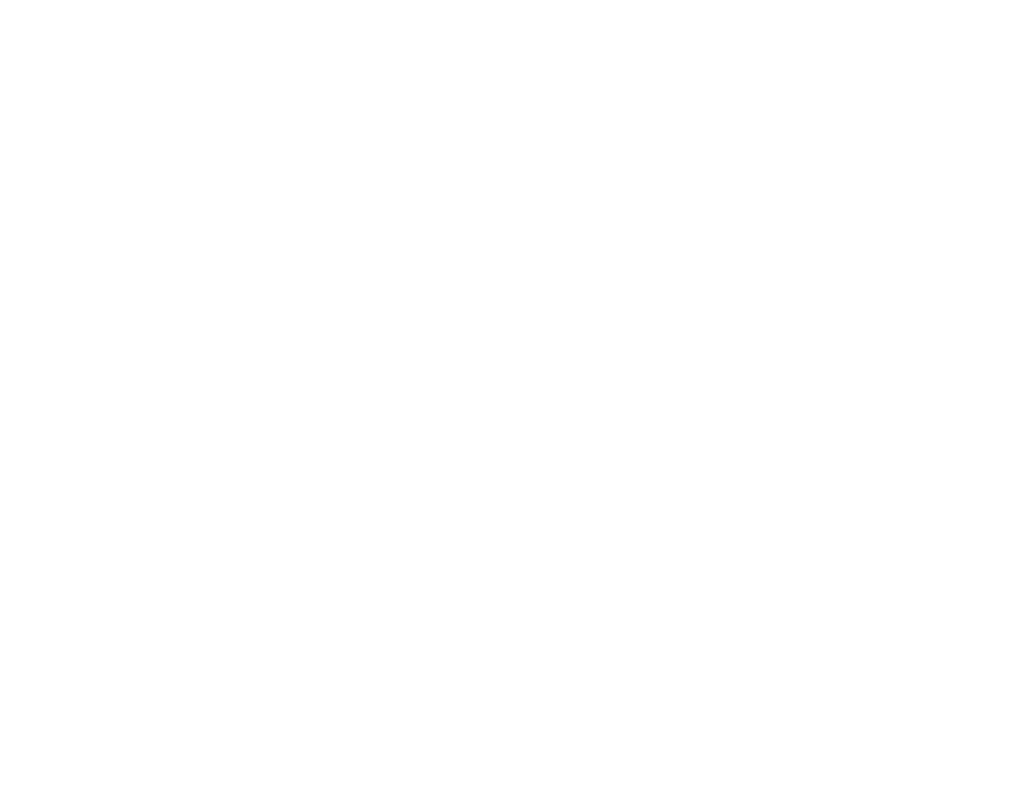
<source format=kicad_sch>
(kicad_sch
	(version 20250114)
	(generator "eeschema")
	(generator_version "9.0")
	(uuid "e73dd6d5-669f-4659-98cc-4944b424e23d")
	(paper "USLetter")
	(lib_symbols)
)

</source>
